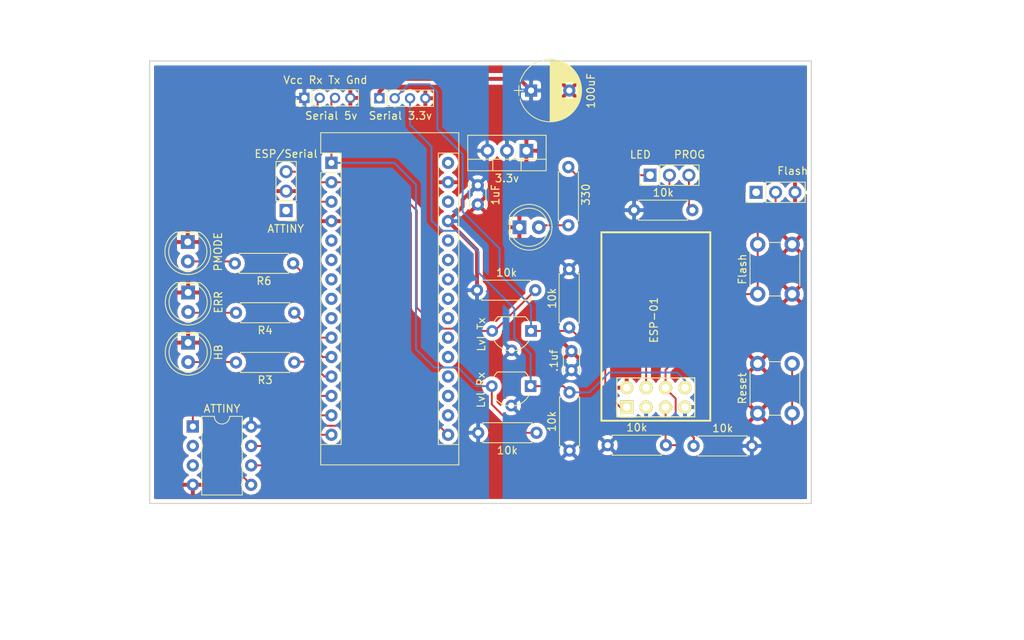
<source format=kicad_pcb>
(kicad_pcb (version 4) (host pcbnew 4.0.7)
  (layers (0 F.Cu signal) (31 B.Cu signal) (34 B.Paste user) (35 F.Paste user) (36 B.SilkS user) (37 F.SilkS user) (38 B.Mask user) (39 F.Mask user) (44 Edge.Cuts user))
  (net 0 "")
  (net 1 5Tx)
  (net 2 "Net-(A1-Pad17)")
  (net 3 5Rx)
  (net 4 "Net-(A1-Pad18)")
  (net 5 "Net-(A1-Pad3)")
  (net 6 "Net-(A1-Pad19)")
  (net 7 Gnd)
  (net 8 "Net-(A1-Pad20)")
  (net 9 "Net-(A1-Pad5)")
  (net 10 "Net-(A1-Pad21)")
  (net 11 "Net-(A1-Pad6)")
  (net 12 "Net-(A1-Pad22)")
  (net 13 "Net-(A1-Pad7)")
  (net 14 "Net-(A1-Pad23)")
  (net 15 "Net-(A1-Pad8)")
  (net 16 "Net-(A1-Pad24)")
  (net 17 "Net-(A1-Pad9)")
  (net 18 "Net-(A1-Pad25)")
  (net 19 "Net-(A1-Pad10)")
  (net 20 "Net-(A1-Pad26)")
  (net 21 "Net-(A1-Pad11)")
  (net 22 5v)
  (net 23 "Net-(A1-Pad12)")
  (net 24 "Net-(A1-Pad13)")
  (net 25 "Net-(A1-Pad14)")
  (net 26 "Net-(A1-Pad30)")
  (net 27 "Net-(A1-Pad15)")
  (net 28 "Net-(A1-Pad16)")
  (net 29 3.3v)
  (net 30 "Net-(D1-Pad2)")
  (net 31 "Net-(D2-Pad2)")
  (net 32 "Net-(D3-Pad2)")
  (net 33 "Net-(D4-Pad2)")
  (net 34 3.3Rx)
  (net 35 3.3Tx)
  (net 36 "Net-(R5-Pad2)")
  (net 37 "Net-(R8-Pad1)")
  (net 38 "Net-(R9-Pad1)")
  (net 39 "Net-(R10-Pad1)")
  (net 40 "Net-(SW1-Pad1)")
  (net 41 "Net-(SW5-Pad1)")
  (net 42 "Net-(SW6-Pad2)")
  (net 43 "Net-(U3-Pad2)")
  (net 44 "Net-(U3-Pad3)")
  (module nano:Arduino_Nano (layer F.Cu) (at 138.915001 87.1826)
    (fp_text reference A1 hide)
    (fp_text value Arduino_Nano)
    (pad 1 thru_hole rect (at 0 0) (size 1.6 1.6) (drill 0.8) (layers *.Cu *.Mask) (net 1 5Tx))
    (pad 17 thru_hole oval (at 15.24 33.02) (size 1.6 1.6) (drill 0.8) (layers *.Cu *.Mask) (net 2 "Net-(A1-Pad17)"))
    (pad 2 thru_hole oval (at 0 2.54) (size 1.6 1.6) (drill 0.8) (layers *.Cu *.Mask) (net 3 5Rx))
    (pad 18 thru_hole oval (at 15.24 30.48) (size 1.6 1.6) (drill 0.8) (layers *.Cu *.Mask) (net 4 "Net-(A1-Pad18)"))
    (pad 3 thru_hole oval (at 0 5.08) (size 1.6 1.6) (drill 0.8) (layers *.Cu *.Mask) (net 5 "Net-(A1-Pad3)"))
    (pad 19 thru_hole oval (at 15.24 27.94) (size 1.6 1.6) (drill 0.8) (layers *.Cu *.Mask) (net 6 "Net-(A1-Pad19)"))
    (pad 4 thru_hole oval (at 0 7.62) (size 1.6 1.6) (drill 0.8) (layers *.Cu *.Mask) (net 7 Gnd))
    (pad 20 thru_hole oval (at 15.24 25.4) (size 1.6 1.6) (drill 0.8) (layers *.Cu *.Mask) (net 8 "Net-(A1-Pad20)"))
    (pad 5 thru_hole oval (at 0 10.16) (size 1.6 1.6) (drill 0.8) (layers *.Cu *.Mask) (net 9 "Net-(A1-Pad5)"))
    (pad 21 thru_hole oval (at 15.24 22.86) (size 1.6 1.6) (drill 0.8) (layers *.Cu *.Mask) (net 10 "Net-(A1-Pad21)"))
    (pad 6 thru_hole oval (at 0 12.7) (size 1.6 1.6) (drill 0.8) (layers *.Cu *.Mask) (net 11 "Net-(A1-Pad6)"))
    (pad 22 thru_hole oval (at 15.24 20.32) (size 1.6 1.6) (drill 0.8) (layers *.Cu *.Mask) (net 12 "Net-(A1-Pad22)"))
    (pad 7 thru_hole oval (at 0 15.24) (size 1.6 1.6) (drill 0.8) (layers *.Cu *.Mask) (net 13 "Net-(A1-Pad7)"))
    (pad 23 thru_hole oval (at 15.24 17.78) (size 1.6 1.6) (drill 0.8) (layers *.Cu *.Mask) (net 14 "Net-(A1-Pad23)"))
    (pad 8 thru_hole oval (at 0 17.78) (size 1.6 1.6) (drill 0.8) (layers *.Cu *.Mask) (net 15 "Net-(A1-Pad8)"))
    (pad 24 thru_hole oval (at 15.24 15.24) (size 1.6 1.6) (drill 0.8) (layers *.Cu *.Mask) (net 16 "Net-(A1-Pad24)"))
    (pad 9 thru_hole oval (at 0 20.32) (size 1.6 1.6) (drill 0.8) (layers *.Cu *.Mask) (net 17 "Net-(A1-Pad9)"))
    (pad 25 thru_hole oval (at 15.24 12.7) (size 1.6 1.6) (drill 0.8) (layers *.Cu *.Mask) (net 18 "Net-(A1-Pad25)"))
    (pad 10 thru_hole oval (at 0 22.86) (size 1.6 1.6) (drill 0.8) (layers *.Cu *.Mask) (net 19 "Net-(A1-Pad10)"))
    (pad 26 thru_hole oval (at 15.24 10.16) (size 1.6 1.6) (drill 0.8) (layers *.Cu *.Mask) (net 20 "Net-(A1-Pad26)"))
    (pad 11 thru_hole oval (at 0 25.4) (size 1.6 1.6) (drill 0.8) (layers *.Cu *.Mask) (net 21 "Net-(A1-Pad11)"))
    (pad 27 thru_hole oval (at 15.24 7.62) (size 1.6 1.6) (drill 0.8) (layers *.Cu *.Mask) (net 22 5v))
    (pad 12 thru_hole oval (at 0 27.94) (size 1.6 1.6) (drill 0.8) (layers *.Cu *.Mask) (net 23 "Net-(A1-Pad12)"))
    (pad 28 thru_hole oval (at 15.24 5.08) (size 1.6 1.6) (drill 0.8) (layers *.Cu *.Mask))
    (pad 13 thru_hole oval (at 0 30.48) (size 1.6 1.6) (drill 0.8) (layers *.Cu *.Mask) (net 24 "Net-(A1-Pad13)"))
    (pad 29 thru_hole oval (at 15.24 2.54) (size 1.6 1.6) (drill 0.8) (layers *.Cu *.Mask) (net 7 Gnd))
    (pad 14 thru_hole oval (at 0 33.02) (size 1.6 1.6) (drill 0.8) (layers *.Cu *.Mask) (net 25 "Net-(A1-Pad14)"))
    (pad 30 thru_hole oval (at 15.24 0) (size 1.6 1.6) (drill 0.8) (layers *.Cu *.Mask) (net 26 "Net-(A1-Pad30)"))
    (pad 15 thru_hole oval (at 0 35.56) (size 1.6 1.6) (drill 0.8) (layers *.Cu *.Mask) (net 27 "Net-(A1-Pad15)"))
    (pad 16 thru_hole oval (at 15.24 35.56) (size 1.6 1.6) (drill 0.8) (layers *.Cu *.Mask) (net 28 "Net-(A1-Pad16)"))
  )
  (module Capacitors_THT:C_Disc_D3.0mm_W2.0mm_P2.50mm (layer F.Cu) (at 158.0388 90.1192 270)
    (fp_text reference 1uF (at 1.25 -2.31 270) (layer F.SilkS))
    (fp_text value 1uF)
    (pad 1 thru_hole circle (at 0 0 270) (size 1.6 1.6) (drill 0.8) (layers *.Cu *.Mask) (net 22 5v))
    (pad 2 thru_hole circle (at 2.5 0 270) (size 1.6 1.6) (drill 0.8) (layers *.Cu *.Mask) (net 7 Gnd))
  )
  (module Capacitors_THT:CP_Radial_D8.0mm_P5.00mm (layer F.Cu) (at 164.9984 77.724)
    (fp_text reference 100uF (at 7.8232 0.0508 90) (layer F.SilkS))
    (fp_text value 100uF)
    (pad 1 thru_hole rect (at 0 0) (size 1.6 1.6) (drill 0.8) (layers *.Cu *.Mask) (net 29 3.3v))
    (pad 2 thru_hole circle (at 5 0) (size 1.6 1.6) (drill 0.8) (layers *.Cu *.Mask) (net 7 Gnd))
  )
  (module Capacitors_THT:C_Disc_D3.0mm_W2.0mm_P2.50mm (layer F.Cu) (at 170.2816 114.3 90)
    (fp_text reference .1uf (at 1.25 -2.31 90) (layer F.SilkS))
    (fp_text value .1uF)
    (pad 1 thru_hole circle (at 0 0 90) (size 1.6 1.6) (drill 0.8) (layers *.Cu *.Mask) (net 29 3.3v))
    (pad 2 thru_hole circle (at 2.5 0 90) (size 1.6 1.6) (drill 0.8) (layers *.Cu *.Mask) (net 7 Gnd))
  )
  (module LEDs:LED_D5.0mm (layer F.Cu) (at 163.4744 95.6056)
    (fp_text reference D1 hide)
    (fp_text value LED)
    (pad 1 thru_hole rect (at 0 0) (size 1.8 1.8) (drill 0.9) (layers *.Cu *.Mask) (net 7 Gnd))
    (pad 2 thru_hole circle (at 2.54 0) (size 1.8 1.8) (drill 0.9) (layers *.Cu *.Mask) (net 30 "Net-(D1-Pad2)"))
  )
  (module LEDs:LED_D5.0mm (layer F.Cu) (at 120.1928 110.6932 270)
    (fp_text reference HB (at 1.27 -3.96 270) (layer F.SilkS))
    (fp_text value HB)
    (pad 1 thru_hole rect (at 0 0 270) (size 1.8 1.8) (drill 0.9) (layers *.Cu *.Mask) (net 7 Gnd))
    (pad 2 thru_hole circle (at 2.54 0 270) (size 1.8 1.8) (drill 0.9) (layers *.Cu *.Mask) (net 31 "Net-(D2-Pad2)"))
  )
  (module LEDs:LED_D5.0mm (layer F.Cu) (at 120.1928 104.14 270)
    (fp_text reference ERR (at 1.27 -3.96 270) (layer F.SilkS))
    (fp_text value ERR)
    (pad 1 thru_hole rect (at 0 0 270) (size 1.8 1.8) (drill 0.9) (layers *.Cu *.Mask) (net 7 Gnd))
    (pad 2 thru_hole circle (at 2.54 0 270) (size 1.8 1.8) (drill 0.9) (layers *.Cu *.Mask) (net 32 "Net-(D3-Pad2)"))
  )
  (module LEDs:LED_D5.0mm (layer F.Cu) (at 120.142 97.536 270)
    (fp_text reference PMODE (at 1.27 -3.96 270) (layer F.SilkS))
    (fp_text value PMODE)
    (pad 1 thru_hole rect (at 0 0 270) (size 1.8 1.8) (drill 0.9) (layers *.Cu *.Mask) (net 7 Gnd))
    (pad 2 thru_hole circle (at 2.54 0 270) (size 1.8 1.8) (drill 0.9) (layers *.Cu *.Mask) (net 33 "Net-(D4-Pad2)"))
  )
  (module Pin_Headers:Pin_Header_Straight_1x04_Pitch2.00mm (layer F.Cu) (at 145.1864 78.74 90)
    (fp_text reference J1 hide)
    (fp_text value "Serial 3.3v" (at -2.286 2.7432 180) (layer F.SilkS))
    (pad 1 thru_hole rect (at 0 0 90) (size 1.35 1.35) (drill 0.8) (layers *.Cu *.Mask) (net 29 3.3v))
    (pad 2 thru_hole oval (at 0 2 90) (size 1.35 1.35) (drill 0.8) (layers *.Cu *.Mask) (net 34 3.3Rx))
    (pad 3 thru_hole oval (at 0 4 90) (size 1.35 1.35) (drill 0.8) (layers *.Cu *.Mask) (net 35 3.3Tx))
    (pad 4 thru_hole oval (at 0 6 90) (size 1.35 1.35) (drill 0.8) (layers *.Cu *.Mask) (net 7 Gnd))
  )
  (module Pin_Headers:Pin_Header_Straight_1x04_Pitch2.00mm (layer F.Cu) (at 135.382 78.6892 90)
    (fp_text reference J2 hide)
    (fp_text value "Serial 5v" (at -2.3368 3.5052 180) (layer F.SilkS))
    (pad 1 thru_hole rect (at 0 0 90) (size 1.35 1.35) (drill 0.8) (layers *.Cu *.Mask) (net 22 5v))
    (pad 2 thru_hole oval (at 0 2 90) (size 1.35 1.35) (drill 0.8) (layers *.Cu *.Mask) (net 3 5Rx))
    (pad 3 thru_hole oval (at 0 4 90) (size 1.35 1.35) (drill 0.8) (layers *.Cu *.Mask) (net 1 5Tx))
    (pad 4 thru_hole oval (at 0 6 90) (size 1.35 1.35) (drill 0.8) (layers *.Cu *.Mask) (net 7 Gnd))
  )
  (module TO_SOT_Packages_THT:TO-92_Molded_Wide (layer F.Cu) (at 164.9476 116.3828 180)
    (fp_text reference "Lvl Rx" (at 6.5024 -0.508 270) (layer F.SilkS))
    (fp_text value 2N7000)
    (pad 2 thru_hole circle (at 2.54 -2.54 270) (size 1.52 1.52) (drill 0.8) (layers *.Cu *.Mask) (net 29 3.3v))
    (pad 3 thru_hole circle (at 5.08 0 270) (size 1.52 1.52) (drill 0.8) (layers *.Cu *.Mask) (net 1 5Tx))
    (pad 1 thru_hole rect (at 0 0 270) (size 1.52 1.52) (drill 0.8) (layers *.Cu *.Mask) (net 35 3.3Tx))
  )
  (module TO_SOT_Packages_THT:TO-92_Molded_Wide (layer F.Cu) (at 164.9984 109.1692 180)
    (fp_text reference "Lvl Tx" (at 6.5024 -0.4572 270) (layer F.SilkS))
    (fp_text value 2N7000)
    (pad 2 thru_hole circle (at 2.54 -2.54 270) (size 1.52 1.52) (drill 0.8) (layers *.Cu *.Mask) (net 29 3.3v))
    (pad 3 thru_hole circle (at 5.08 0 270) (size 1.52 1.52) (drill 0.8) (layers *.Cu *.Mask) (net 3 5Rx))
    (pad 1 thru_hole rect (at 0 0 270) (size 1.52 1.52) (drill 0.8) (layers *.Cu *.Mask) (net 34 3.3Rx))
  )
  (module Resistors_THT:R_Axial_DIN0207_L6.3mm_D2.5mm_P7.62mm_Horizontal (layer F.Cu) (at 165.5572 103.8352 180)
    (fp_text reference 10k (at 3.7592 2.286 180) (layer F.SilkS))
    (fp_text value 10k)
    (pad 1 thru_hole circle (at 0 0 180) (size 1.6 1.6) (drill 0.8) (layers *.Cu *.Mask) (net 3 5Rx))
    (pad 2 thru_hole oval (at 7.62 0 180) (size 1.6 1.6) (drill 0.8) (layers *.Cu *.Mask) (net 22 5v))
  )
  (module Resistors_THT:R_Axial_DIN0207_L6.3mm_D2.5mm_P7.62mm_Horizontal (layer F.Cu) (at 165.7096 122.4788 180)
    (fp_text reference 10k (at 3.81 -2.31 180) (layer F.SilkS))
    (fp_text value 10k)
    (pad 1 thru_hole circle (at 0 0 180) (size 1.6 1.6) (drill 0.8) (layers *.Cu *.Mask) (net 1 5Tx))
    (pad 2 thru_hole oval (at 7.62 0 180) (size 1.6 1.6) (drill 0.8) (layers *.Cu *.Mask) (net 22 5v))
  )
  (module Resistors_THT:R_Axial_DIN0207_L6.3mm_D2.5mm_P7.62mm_Horizontal (layer F.Cu) (at 134.0612 113.284 180)
    (fp_text reference R3 (at 3.81 -2.31 180) (layer F.SilkS))
    (fp_text value 330)
    (pad 1 thru_hole circle (at 0 0 180) (size 1.6 1.6) (drill 0.8) (layers *.Cu *.Mask) (net 23 "Net-(A1-Pad12)"))
    (pad 2 thru_hole oval (at 7.62 0 180) (size 1.6 1.6) (drill 0.8) (layers *.Cu *.Mask) (net 31 "Net-(D2-Pad2)"))
  )
  (module Resistors_THT:R_Axial_DIN0207_L6.3mm_D2.5mm_P7.62mm_Horizontal (layer F.Cu) (at 134.0612 106.7816 180)
    (fp_text reference R4 (at 3.81 -2.31 180) (layer F.SilkS))
    (fp_text value 330)
    (pad 1 thru_hole circle (at 0 0 180) (size 1.6 1.6) (drill 0.8) (layers *.Cu *.Mask) (net 21 "Net-(A1-Pad11)"))
    (pad 2 thru_hole oval (at 7.62 0 180) (size 1.6 1.6) (drill 0.8) (layers *.Cu *.Mask) (net 32 "Net-(D3-Pad2)"))
  )
  (module Resistors_THT:R_Axial_DIN0207_L6.3mm_D2.5mm_P7.62mm_Horizontal (layer F.Cu) (at 175.006 124.1044)
    (fp_text reference 10k (at 3.81 -2.31) (layer F.SilkS))
    (fp_text value 10k)
    (pad 1 thru_hole circle (at 0 0) (size 1.6 1.6) (drill 0.8) (layers *.Cu *.Mask) (net 29 3.3v))
    (pad 2 thru_hole oval (at 7.62 0) (size 1.6 1.6) (drill 0.8) (layers *.Cu *.Mask) (net 36 "Net-(R5-Pad2)"))
  )
  (module Resistors_THT:R_Axial_DIN0207_L6.3mm_D2.5mm_P7.62mm_Horizontal (layer F.Cu) (at 133.9088 100.33 180)
    (fp_text reference R6 (at 3.81 -2.31 180) (layer F.SilkS))
    (fp_text value 330)
    (pad 1 thru_hole circle (at 0 0 180) (size 1.6 1.6) (drill 0.8) (layers *.Cu *.Mask) (net 19 "Net-(A1-Pad10)"))
    (pad 2 thru_hole oval (at 7.62 0 180) (size 1.6 1.6) (drill 0.8) (layers *.Cu *.Mask) (net 33 "Net-(D4-Pad2)"))
  )
  (module Resistors_THT:R_Axial_DIN0207_L6.3mm_D2.5mm_P7.62mm_Horizontal (layer F.Cu) (at 169.9768 101.092 270)
    (fp_text reference 10k (at 3.81 2.2352 270) (layer F.SilkS))
    (fp_text value 10k)
    (pad 1 thru_hole circle (at 0 0 270) (size 1.6 1.6) (drill 0.8) (layers *.Cu *.Mask) (net 29 3.3v))
    (pad 2 thru_hole oval (at 7.62 0 270) (size 1.6 1.6) (drill 0.8) (layers *.Cu *.Mask) (net 34 3.3Rx))
  )
  (module Resistors_THT:R_Axial_DIN0207_L6.3mm_D2.5mm_P7.62mm_Horizontal (layer F.Cu) (at 186.0804 93.3704 180)
    (fp_text reference 10k (at 3.81 2.286 180) (layer F.SilkS))
    (fp_text value 10k)
    (pad 1 thru_hole circle (at 0 0 180) (size 1.6 1.6) (drill 0.8) (layers *.Cu *.Mask) (net 37 "Net-(R8-Pad1)"))
    (pad 2 thru_hole oval (at 7.62 0 180) (size 1.6 1.6) (drill 0.8) (layers *.Cu *.Mask) (net 29 3.3v))
  )
  (module Resistors_THT:R_Axial_DIN0207_L6.3mm_D2.5mm_P7.62mm_Horizontal (layer F.Cu) (at 169.8752 87.7316 270)
    (fp_text reference 330 (at 3.6068 -2.286 270) (layer F.SilkS))
    (fp_text value 330)
    (pad 1 thru_hole circle (at 0 0 270) (size 1.6 1.6) (drill 0.8) (layers *.Cu *.Mask) (net 38 "Net-(R9-Pad1)"))
    (pad 2 thru_hole oval (at 7.62 0 270) (size 1.6 1.6) (drill 0.8) (layers *.Cu *.Mask) (net 30 "Net-(D1-Pad2)"))
  )
  (module Resistors_THT:R_Axial_DIN0207_L6.3mm_D2.5mm_P7.62mm_Horizontal (layer F.Cu) (at 186.2328 124.206)
    (fp_text reference 10k (at 3.81 -2.31) (layer F.SilkS))
    (fp_text value 10k)
    (pad 1 thru_hole circle (at 0 0) (size 1.6 1.6) (drill 0.8) (layers *.Cu *.Mask) (net 39 "Net-(R10-Pad1)"))
    (pad 2 thru_hole oval (at 7.62 0) (size 1.6 1.6) (drill 0.8) (layers *.Cu *.Mask) (net 29 3.3v))
  )
  (module Resistors_THT:R_Axial_DIN0207_L6.3mm_D2.5mm_P7.62mm_Horizontal (layer F.Cu) (at 170.0276 124.8156 90)
    (fp_text reference 10k (at 3.81 -2.31 90) (layer F.SilkS))
    (fp_text value 10k)
    (pad 1 thru_hole circle (at 0 0 90) (size 1.6 1.6) (drill 0.8) (layers *.Cu *.Mask) (net 29 3.3v))
    (pad 2 thru_hole oval (at 7.62 0 90) (size 1.6 1.6) (drill 0.8) (layers *.Cu *.Mask) (net 35 3.3Tx))
  )
  (module Pin_Headers:Pin_Header_Straight_1x03_Pitch2.54mm (layer F.Cu) (at 132.9944 93.4212 180)
    (fp_text reference ATTINY (at 0.0508 -2.3876 180) (layer F.SilkS))
    (fp_text value ESP/Serial (at 0 7.41 180) (layer F.SilkS))
    (pad 1 thru_hole rect (at 0 0 180) (size 1.7 1.7) (drill 1) (layers *.Cu *.Mask) (net 40 "Net-(SW1-Pad1)"))
    (pad 2 thru_hole oval (at 0 2.54 180) (size 1.7 1.7) (drill 1) (layers *.Cu *.Mask) (net 7 Gnd))
    (pad 3 thru_hole oval (at 0 5.08 180) (size 1.7 1.7) (drill 1) (layers *.Cu *.Mask) (net 5 "Net-(A1-Pad3)"))
  )
  (module Buttons_Switches_THT:SW_PUSH_6mm (layer F.Cu) (at 194.6148 119.9388 90)
    (fp_text reference Reset (at 3.25 -2 90) (layer F.SilkS))
    (fp_text value Reset)
    (pad 2 thru_hole circle (at 0 4.5 180) (size 2 2) (drill 1.1) (layers *.Cu *.Mask) (net 36 "Net-(R5-Pad2)"))
    (pad 1 thru_hole circle (at 0 0 180) (size 2 2) (drill 1.1) (layers *.Cu *.Mask) (net 7 Gnd))
    (pad 2 thru_hole circle (at 6.5 4.5 180) (size 2 2) (drill 1.1) (layers *.Cu *.Mask) (net 36 "Net-(R5-Pad2)"))
    (pad 1 thru_hole circle (at 6.5 0 180) (size 2 2) (drill 1.1) (layers *.Cu *.Mask) (net 7 Gnd))
  )
  (module Pin_Headers:Pin_Header_Straight_1x03_Pitch2.54mm (layer F.Cu) (at 194.4116 91.0336 90)
    (fp_text reference Flash (at 2.794 4.7752 180) (layer F.SilkS))
    (fp_text value Flash)
    (pad 1 thru_hole rect (at 0 0 90) (size 1.7 1.7) (drill 1) (layers *.Cu *.Mask) (net 41 "Net-(SW5-Pad1)"))
    (pad 2 thru_hole oval (at 0 2.54 90) (size 1.7 1.7) (drill 1) (layers *.Cu *.Mask) (net 39 "Net-(R10-Pad1)"))
    (pad 3 thru_hole oval (at 0 5.08 90) (size 1.7 1.7) (drill 1) (layers *.Cu *.Mask) (net 7 Gnd))
  )
  (module Pin_Headers:Pin_Header_Straight_1x03_Pitch2.54mm (layer F.Cu) (at 180.5432 88.7984 90)
    (fp_text reference "LED    PROG" (at 2.6924 2.286 180) (layer F.SilkS))
    (fp_text value LED_test)
    (pad 1 thru_hole rect (at 0 0 90) (size 1.7 1.7) (drill 1) (layers *.Cu *.Mask) (net 38 "Net-(R9-Pad1)"))
    (pad 2 thru_hole oval (at 0 2.54 90) (size 1.7 1.7) (drill 1) (layers *.Cu *.Mask) (net 42 "Net-(SW6-Pad2)"))
    (pad 3 thru_hole oval (at 0 5.08 90) (size 1.7 1.7) (drill 1) (layers *.Cu *.Mask) (net 37 "Net-(R8-Pad1)"))
  )
  (module Buttons_Switches_THT:SW_PUSH_6mm (layer F.Cu) (at 194.6148 104.3432 90)
    (fp_text reference Flash (at 3.25 -2 90) (layer F.SilkS))
    (fp_text value Flash)
    (pad 2 thru_hole circle (at 0 4.5 180) (size 2 2) (drill 1.1) (layers *.Cu *.Mask) (net 7 Gnd))
    (pad 1 thru_hole circle (at 0 0 180) (size 2 2) (drill 1.1) (layers *.Cu *.Mask) (net 39 "Net-(R10-Pad1)"))
    (pad 2 thru_hole circle (at 6.5 4.5 180) (size 2 2) (drill 1.1) (layers *.Cu *.Mask) (net 7 Gnd))
    (pad 1 thru_hole circle (at 6.5 0 180) (size 2 2) (drill 1.1) (layers *.Cu *.Mask) (net 39 "Net-(R10-Pad1)"))
  )
  (module TO_SOT_Packages_THT:TO-220-3_Vertical (layer F.Cu) (at 164.3888 85.598 180)
    (fp_text reference 3.3v (at 2.54 -3.62 180) (layer F.SilkS))
    (fp_text value LD1117S33TR_SOT223)
    (pad 1 thru_hole rect (at 0 0 180) (size 1.8 1.8) (drill 1) (layers *.Cu *.Mask) (net 7 Gnd))
    (pad 2 thru_hole oval (at 2.54 0 180) (size 1.8 1.8) (drill 1) (layers *.Cu *.Mask) (net 29 3.3v))
    (pad 3 thru_hole oval (at 5.08 0 180) (size 1.8 1.8) (drill 1) (layers *.Cu *.Mask) (net 22 5v))
  )
  (module ESP8266:ESP-01 (layer F.Cu) (at 177.4952 119.126 90)
    (fp_text reference ESP-01 (at 11.3792 3.556 90) (layer F.SilkS))
    (fp_text value ESP-01v090)
    (pad 1 thru_hole rect (at 0 0 90) (size 1.7272 1.7272) (drill 1.016) (layers *.Cu *.Mask F.SilkS) (net 34 3.3Rx))
    (pad 2 thru_hole oval (at 2.54 0 90) (size 1.7272 1.7272) (drill 1.016) (layers *.Cu *.Mask F.SilkS) (net 7 Gnd))
    (pad 3 thru_hole oval (at 0 2.54 90) (size 1.7272 1.7272) (drill 1.016) (layers *.Cu *.Mask F.SilkS) (net 29 3.3v))
    (pad 4 thru_hole oval (at 2.54 2.54 90) (size 1.7272 1.7272) (drill 1.016) (layers *.Cu *.Mask F.SilkS) (net 42 "Net-(SW6-Pad2)"))
    (pad 5 thru_hole oval (at 0 5.08 90) (size 1.7272 1.7272) (drill 1.016) (layers *.Cu *.Mask F.SilkS) (net 36 "Net-(R5-Pad2)"))
    (pad 6 thru_hole oval (at 2.54 5.08 90) (size 1.7272 1.7272) (drill 1.016) (layers *.Cu *.Mask F.SilkS) (net 39 "Net-(R10-Pad1)"))
    (pad 7 thru_hole oval (at 0 7.62 90) (size 1.7272 1.7272) (drill 1.016) (layers *.Cu *.Mask F.SilkS) (net 29 3.3v))
    (pad 8 thru_hole oval (at 2.54 7.62 90) (size 1.7272 1.7272) (drill 1.016) (layers *.Cu *.Mask F.SilkS) (net 35 3.3Tx))
  )
  (module Housings_DIP:DIP-8_W7.62mm (layer F.Cu) (at 120.8024 121.666)
    (fp_text reference ATTINY (at 3.81 -2.33) (layer F.SilkS))
    (fp_text value ATTINY85-20SU)
    (pad 1 thru_hole rect (at 0 0) (size 1.6 1.6) (drill 0.8) (layers *.Cu *.Mask) (net 24 "Net-(A1-Pad13)"))
    (pad 5 thru_hole oval (at 7.62 7.62) (size 1.6 1.6) (drill 0.8) (layers *.Cu *.Mask) (net 25 "Net-(A1-Pad14)"))
    (pad 2 thru_hole oval (at 0 2.54) (size 1.6 1.6) (drill 0.8) (layers *.Cu *.Mask) (net 43 "Net-(U3-Pad2)"))
    (pad 6 thru_hole oval (at 7.62 5.08) (size 1.6 1.6) (drill 0.8) (layers *.Cu *.Mask) (net 27 "Net-(A1-Pad15)"))
    (pad 3 thru_hole oval (at 0 5.08) (size 1.6 1.6) (drill 0.8) (layers *.Cu *.Mask) (net 44 "Net-(U3-Pad3)"))
    (pad 7 thru_hole oval (at 7.62 2.54) (size 1.6 1.6) (drill 0.8) (layers *.Cu *.Mask) (net 28 "Net-(A1-Pad16)"))
    (pad 4 thru_hole oval (at 0 7.62) (size 1.6 1.6) (drill 0.8) (layers *.Cu *.Mask) (net 7 Gnd))
    (pad 8 thru_hole oval (at 7.62 0) (size 1.6 1.6) (drill 0.8) (layers *.Cu *.Mask) (net 22 5v))
  )
  (gr_line (start 115.1636 73.8632) (end 201.6252 73.8632) (angle 90) (layer Edge.Cuts) (width 0.15))
  (gr_line (start 115.1636 131.7244) (end 115.1636 73.8632) (angle 90) (layer Edge.Cuts) (width 0.15))
  (gr_line (start 201.6252 131.7244) (end 115.1636 131.7244) (angle 90) (layer Edge.Cuts) (width 0.15))
  (gr_line (start 201.6252 73.8632) (end 201.6252 131.7244) (angle 90) (layer Edge.Cuts) (width 0.15))
  (gr_text "Vcc Rx Tx Gnd\n" (at 138.1252 76.3524) (layer F.SilkS) (effects (font (size 0.992 0.992) (thickness 0.1476))))
  (segment (start 159.8676 116.3828) (end 159.8676 118.7704) (width 0.25) (layer F.Cu) (net 1))
  (segment (start 163.576 122.4788) (end 165.7096 122.4788) (width 0.25) (layer F.Cu) (net 1))
  (segment (start 159.8676 118.7704) (end 163.576 122.4788) (width 0.25) (layer F.Cu) (net 1))
  (segment (start 159.8676 116.3828) (end 157.8864 116.3828) (width 0.25) (layer B.Cu) (net 1))
  (segment (start 147.1266 87.1826) (end 138.915001 87.1826) (width 0.25) (layer B.Cu) (net 1))
  (segment (start 149.9616 90.0176) (end 147.1266 87.1826) (width 0.25) (layer B.Cu) (net 1))
  (segment (start 149.9616 111.5568) (end 149.9616 90.0176) (width 0.25) (layer B.Cu) (net 1))
  (segment (start 152.3492 113.9444) (end 149.9616 111.5568) (width 0.25) (layer B.Cu) (net 1))
  (segment (start 155.448 113.9444) (end 152.3492 113.9444) (width 0.25) (layer B.Cu) (net 1))
  (segment (start 157.8864 116.3828) (end 155.448 113.9444) (width 0.25) (layer B.Cu) (net 1))
  (segment (start 138.915001 87.1826) (end 138.915001 79.156199) (width 0.25) (layer F.Cu) (net 1))
  (segment (start 138.915001 79.156199) (end 139.382 78.6892) (width 0.25) (layer F.Cu) (net 1))
  (segment (start 159.9184 109.1692) (end 160.2232 109.1692) (width 0.25) (layer F.Cu) (net 3))
  (segment (start 160.2232 109.1692) (end 165.5572 103.8352) (width 0.25) (layer F.Cu) (net 3))
  (segment (start 159.9184 109.1692) (end 155.2448 109.1692) (width 0.25) (layer F.Cu) (net 3))
  (segment (start 146.3646 89.7226) (end 138.915001 89.7226) (width 0.25) (layer F.Cu) (net 3))
  (segment (start 150.0632 93.4212) (end 146.3646 89.7226) (width 0.25) (layer F.Cu) (net 3))
  (segment (start 150.0632 106.1212) (end 150.0632 93.4212) (width 0.25) (layer F.Cu) (net 3))
  (segment (start 152.8064 108.8644) (end 150.0632 106.1212) (width 0.25) (layer F.Cu) (net 3))
  (segment (start 154.94 108.8644) (end 152.8064 108.8644) (width 0.25) (layer F.Cu) (net 3))
  (segment (start 155.2448 109.1692) (end 154.94 108.8644) (width 0.25) (layer F.Cu) (net 3))
  (segment (start 138.915001 89.7226) (end 137.4746 89.7226) (width 0.25) (layer F.Cu) (net 3))
  (segment (start 137.1092 89.3572) (end 137.1092 78.962) (width 0.25) (layer F.Cu) (net 3))
  (segment (start 137.4746 89.7226) (end 137.1092 89.3572) (width 0.25) (layer F.Cu) (net 3))
  (segment (start 137.1092 78.962) (end 137.382 78.6892) (width 0.25) (layer F.Cu) (net 3))
  (segment (start 138.915001 92.2626) (end 136.9666 92.2626) (width 0.25) (layer F.Cu) (net 5))
  (segment (start 134.7724 88.3412) (end 132.9944 88.3412) (width 0.25) (layer F.Cu) (net 5))
  (segment (start 135.7376 89.3064) (end 134.7724 88.3412) (width 0.25) (layer F.Cu) (net 5))
  (segment (start 135.7376 91.0336) (end 135.7376 89.3064) (width 0.25) (layer F.Cu) (net 5))
  (segment (start 136.9666 92.2626) (end 135.7376 91.0336) (width 0.25) (layer F.Cu) (net 5))
  (segment (start 138.915001 110.0426) (end 137.4238 110.0426) (width 0.25) (layer F.Cu) (net 19))
  (segment (start 136.9568 103.378) (end 133.9088 100.33) (width 0.25) (layer F.Cu) (net 19))
  (segment (start 136.9568 109.5756) (end 136.9568 103.378) (width 0.25) (layer F.Cu) (net 19))
  (segment (start 137.4238 110.0426) (end 136.9568 109.5756) (width 0.25) (layer F.Cu) (net 19))
  (segment (start 138.915001 112.5826) (end 137.7794 112.5826) (width 0.25) (layer F.Cu) (net 21))
  (segment (start 136.0932 108.8136) (end 134.0612 106.7816) (width 0.25) (layer F.Cu) (net 21))
  (segment (start 136.0932 110.8964) (end 136.0932 108.8136) (width 0.25) (layer F.Cu) (net 21))
  (segment (start 137.7794 112.5826) (end 136.0932 110.8964) (width 0.25) (layer F.Cu) (net 21))
  (segment (start 156.0576 91.9988) (end 156.0576 92.900001) (width 0.508) (layer F.Cu) (net 22))
  (segment (start 157.9372 90.1192) (end 156.0576 91.9988) (width 0.508) (layer F.Cu) (net 22))
  (segment (start 156.0576 92.900001) (end 154.155001 94.8026) (width 0.508) (layer F.Cu) (net 22))
  (segment (start 158.0388 90.1192) (end 157.9372 90.1192) (width 0.508) (layer F.Cu) (net 22))
  (segment (start 157.9372 103.8352) (end 157.9372 98.584799) (width 0.508) (layer F.Cu) (net 22))
  (segment (start 157.9372 98.584799) (end 154.155001 94.8026) (width 0.508) (layer F.Cu) (net 22))
  (segment (start 138.915001 115.1226) (end 137.9826 115.1226) (width 0.25) (layer F.Cu) (net 23))
  (segment (start 136.0424 113.1824) (end 133.7056 113.1824) (width 0.25) (layer F.Cu) (net 23))
  (segment (start 137.9826 115.1226) (end 136.0424 113.1824) (width 0.25) (layer F.Cu) (net 23))
  (segment (start 120.8024 121.666) (end 120.8024 119.9388) (width 0.25) (layer F.Cu) (net 24))
  (segment (start 123.0786 117.6626) (end 138.915001 117.6626) (width 0.25) (layer F.Cu) (net 24))
  (segment (start 120.8024 119.9388) (end 123.0786 117.6626) (width 0.25) (layer F.Cu) (net 24))
  (segment (start 138.915001 120.2026) (end 127.4982 120.2026) (width 0.25) (layer F.Cu) (net 25))
  (segment (start 126.1872 127.0508) (end 128.4224 129.286) (width 0.25) (layer F.Cu) (net 25))
  (segment (start 126.1872 121.5136) (end 126.1872 127.0508) (width 0.25) (layer F.Cu) (net 25))
  (segment (start 127.4982 120.2026) (end 126.1872 121.5136) (width 0.25) (layer F.Cu) (net 25))
  (segment (start 138.915001 122.7426) (end 136.5914 122.7426) (width 0.25) (layer F.Cu) (net 27))
  (segment (start 132.588 126.746) (end 128.4224 126.746) (width 0.25) (layer F.Cu) (net 27))
  (segment (start 136.5914 122.7426) (end 132.588 126.746) (width 0.25) (layer F.Cu) (net 27))
  (segment (start 128.4224 124.206) (end 133.35 124.206) (width 0.25) (layer F.Cu) (net 28))
  (segment (start 152.976801 121.5644) (end 154.155001 122.7426) (width 0.25) (layer F.Cu) (net 28))
  (segment (start 135.9916 121.5644) (end 152.976801 121.5644) (width 0.25) (layer F.Cu) (net 28))
  (segment (start 133.35 124.206) (end 135.9916 121.5644) (width 0.25) (layer F.Cu) (net 28))
  (segment (start 145.1864 78.74) (end 145.1864 77.8764) (width 0.508) (layer F.Cu) (net 29))
  (segment (start 163.4744 76.2) (end 164.9984 77.724) (width 0.508) (layer F.Cu) (net 29))
  (segment (start 146.8628 76.2) (end 163.4744 76.2) (width 0.508) (layer F.Cu) (net 29))
  (segment (start 145.1864 77.8764) (end 146.8628 76.2) (width 0.508) (layer F.Cu) (net 29))
  (segment (start 169.8752 95.3516) (end 166.2684 95.3516) (width 0.25) (layer F.Cu) (net 30))
  (segment (start 166.2684 95.3516) (end 166.0144 95.6056) (width 0.25) (layer F.Cu) (net 30))
  (segment (start 120.1928 113.2332) (end 126.0348 113.2332) (width 0.25) (layer F.Cu) (net 31))
  (segment (start 126.0348 113.2332) (end 126.0856 113.1824) (width 0.25) (layer F.Cu) (net 31))
  (segment (start 126.4412 106.7816) (end 120.2944 106.7816) (width 0.25) (layer F.Cu) (net 32))
  (segment (start 120.2944 106.7816) (end 120.1928 106.68) (width 0.25) (layer F.Cu) (net 32))
  (segment (start 120.142 100.076) (end 126.0348 100.076) (width 0.25) (layer F.Cu) (net 33))
  (segment (start 126.0348 100.076) (end 126.2888 100.33) (width 0.25) (layer F.Cu) (net 33))
  (segment (start 177.4952 119.126) (end 176.6316 119.126) (width 0.25) (layer F.Cu) (net 34))
  (segment (start 176.6316 119.126) (end 174.7012 117.1956) (width 0.25) (layer F.Cu) (net 34))
  (segment (start 174.7012 117.1956) (end 174.7012 113.4364) (width 0.25) (layer F.Cu) (net 34))
  (segment (start 174.7012 113.4364) (end 169.9768 108.712) (width 0.25) (layer F.Cu) (net 34))
  (segment (start 164.9984 109.1692) (end 169.5196 109.1692) (width 0.25) (layer F.Cu) (net 34))
  (segment (start 169.5196 109.1692) (end 169.9768 108.712) (width 0.25) (layer F.Cu) (net 34))
  (segment (start 164.9984 109.1692) (end 164.9984 105.8672) (width 0.25) (layer B.Cu) (net 34))
  (segment (start 149.0152 76.9112) (end 147.1864 78.74) (width 0.25) (layer B.Cu) (net 34))
  (segment (start 151.7396 76.9112) (end 149.0152 76.9112) (width 0.25) (layer B.Cu) (net 34))
  (segment (start 152.7556 77.9272) (end 151.7396 76.9112) (width 0.25) (layer B.Cu) (net 34))
  (segment (start 152.7556 82.7532) (end 152.7556 77.9272) (width 0.25) (layer B.Cu) (net 34))
  (segment (start 156.0576 86.0552) (end 152.7556 82.7532) (width 0.25) (layer B.Cu) (net 34))
  (segment (start 156.0576 93.5736) (end 156.0576 86.0552) (width 0.25) (layer B.Cu) (net 34))
  (segment (start 160.8836 98.3996) (end 156.0576 93.5736) (width 0.25) (layer B.Cu) (net 34))
  (segment (start 160.8836 101.7524) (end 160.8836 98.3996) (width 0.25) (layer B.Cu) (net 34))
  (segment (start 164.9984 105.8672) (end 160.8836 101.7524) (width 0.25) (layer B.Cu) (net 34))
  (segment (start 170.0276 117.1956) (end 172.6184 117.1956) (width 0.25) (layer B.Cu) (net 35))
  (segment (start 185.1152 115.6208) (end 185.1152 116.586) (width 0.25) (layer B.Cu) (net 35))
  (segment (start 184.0992 114.6048) (end 185.1152 115.6208) (width 0.25) (layer B.Cu) (net 35))
  (segment (start 175.2092 114.6048) (end 184.0992 114.6048) (width 0.25) (layer B.Cu) (net 35))
  (segment (start 172.6184 117.1956) (end 175.2092 114.6048) (width 0.25) (layer B.Cu) (net 35))
  (segment (start 164.9476 116.3828) (end 169.2148 116.3828) (width 0.25) (layer F.Cu) (net 35))
  (segment (start 169.2148 116.3828) (end 170.0276 117.1956) (width 0.25) (layer F.Cu) (net 35))
  (segment (start 164.9476 116.3828) (end 164.9476 112.1664) (width 0.25) (layer B.Cu) (net 35))
  (segment (start 149.1864 82.232) (end 149.1864 78.74) (width 0.25) (layer B.Cu) (net 35))
  (segment (start 151.9936 85.0392) (end 149.1864 82.232) (width 0.25) (layer B.Cu) (net 35))
  (segment (start 151.9936 94.742) (end 151.9936 85.0392) (width 0.25) (layer B.Cu) (net 35))
  (segment (start 153.3144 96.0628) (end 151.9936 94.742) (width 0.25) (layer B.Cu) (net 35))
  (segment (start 155.3972 96.0628) (end 153.3144 96.0628) (width 0.25) (layer B.Cu) (net 35))
  (segment (start 158.1404 98.806) (end 155.3972 96.0628) (width 0.25) (layer B.Cu) (net 35))
  (segment (start 158.1404 101.5492) (end 158.1404 98.806) (width 0.25) (layer B.Cu) (net 35))
  (segment (start 162.814 106.2228) (end 158.1404 101.5492) (width 0.25) (layer B.Cu) (net 35))
  (segment (start 162.814 110.0328) (end 162.814 106.2228) (width 0.25) (layer B.Cu) (net 35))
  (segment (start 164.9476 112.1664) (end 162.814 110.0328) (width 0.25) (layer B.Cu) (net 35))
  (segment (start 199.1148 119.9388) (end 199.1148 113.4388) (width 0.25) (layer F.Cu) (net 36))
  (segment (start 182.626 124.1044) (end 183.896 124.1044) (width 0.25) (layer F.Cu) (net 36))
  (segment (start 199.1148 123.1604) (end 199.1148 119.9388) (width 0.25) (layer F.Cu) (net 36))
  (segment (start 195.9864 126.2888) (end 199.1148 123.1604) (width 0.25) (layer F.Cu) (net 36))
  (segment (start 186.0804 126.2888) (end 195.9864 126.2888) (width 0.25) (layer F.Cu) (net 36))
  (segment (start 183.896 124.1044) (end 186.0804 126.2888) (width 0.25) (layer F.Cu) (net 36))
  (segment (start 182.5752 119.126) (end 182.5752 124.0536) (width 0.25) (layer F.Cu) (net 36))
  (segment (start 182.5752 124.0536) (end 182.626 124.1044) (width 0.25) (layer F.Cu) (net 36))
  (segment (start 185.6232 88.7984) (end 185.6232 92.9132) (width 0.25) (layer F.Cu) (net 37))
  (segment (start 185.6232 92.9132) (end 186.0804 93.3704) (width 0.25) (layer F.Cu) (net 37))
  (segment (start 180.5432 88.7984) (end 170.942 88.7984) (width 0.25) (layer F.Cu) (net 38))
  (segment (start 170.942 88.7984) (end 169.8752 87.7316) (width 0.25) (layer F.Cu) (net 38))
  (segment (start 194.6148 97.8432) (end 194.6148 96.0628) (width 0.25) (layer F.Cu) (net 39))
  (segment (start 196.9516 93.726) (end 196.9516 91.0336) (width 0.25) (layer F.Cu) (net 39))
  (segment (start 194.6148 96.0628) (end 196.9516 93.726) (width 0.25) (layer F.Cu) (net 39))
  (segment (start 194.6148 104.3432) (end 194.6148 97.8432) (width 0.25) (layer F.Cu) (net 39))
  (segment (start 182.5752 116.586) (end 182.5752 114.2492) (width 0.25) (layer F.Cu) (net 39))
  (segment (start 192.4812 104.3432) (end 194.6148 104.3432) (width 0.25) (layer F.Cu) (net 39))
  (segment (start 182.5752 114.2492) (end 192.4812 104.3432) (width 0.25) (layer F.Cu) (net 39))
  (segment (start 186.2836 123.8504) (end 186.2836 123.1392) (width 0.25) (layer F.Cu) (net 39))
  (segment (start 186.2836 123.1392) (end 183.896 120.7516) (width 0.25) (layer F.Cu) (net 39))
  (segment (start 183.896 120.7516) (end 183.896 118.0084) (width 0.25) (layer F.Cu) (net 39))
  (segment (start 183.896 118.0084) (end 182.5752 116.6876) (width 0.25) (layer F.Cu) (net 39))
  (segment (start 182.5752 116.6876) (end 182.5752 116.586) (width 0.25) (layer F.Cu) (net 39))
  (segment (start 180.0352 116.586) (end 180.0352 98.1964) (width 0.25) (layer F.Cu) (net 42))
  (segment (start 183.0832 95.1484) (end 183.0832 88.7984) (width 0.25) (layer F.Cu) (net 42))
  (segment (start 180.0352 98.1964) (end 183.0832 95.1484) (width 0.25) (layer F.Cu) (net 42))
  (zone (net 22) (net_name 5v) (layer B.Cu) (connect_pads (clearance 0.508)) (min_thickness 0.254) (fill yes (arc_segments 16) (thermal_gap 0.508) (thermal_bridge_width 0.508))
    (polygon (pts (xy 159.4612 65.8876) (xy 159.512 145.9484) (xy 98.7044 144.526) (xy 96.52 65.9384)))
  )
  (zone (net 29) (net_name 3.3v) (layer B.Cu) (connect_pads (clearance 0.508)) (min_thickness 0.254) (fill yes (arc_segments 16) (thermal_gap 0.508) (thermal_bridge_width 0.508))
    (polygon (pts (xy 161.29 66.0908) (xy 161.29 145.9484) (xy 220.7768 147.3708) (xy 219.3544 66.5988)))
  )
  (zone (net 7) (net_name Gnd) (layer F.Cu) (connect_pads (clearance 0.508)) (min_thickness 0.254) (fill yes (arc_segments 16) (thermal_gap 0.508) (thermal_bridge_width 0.508))
    (polygon (pts (xy 229.4128 66.9036) (xy 95.6056 66.04) (xy 95.6056 146.812) (xy 227.1776 149.606)))
  )
)
</source>
